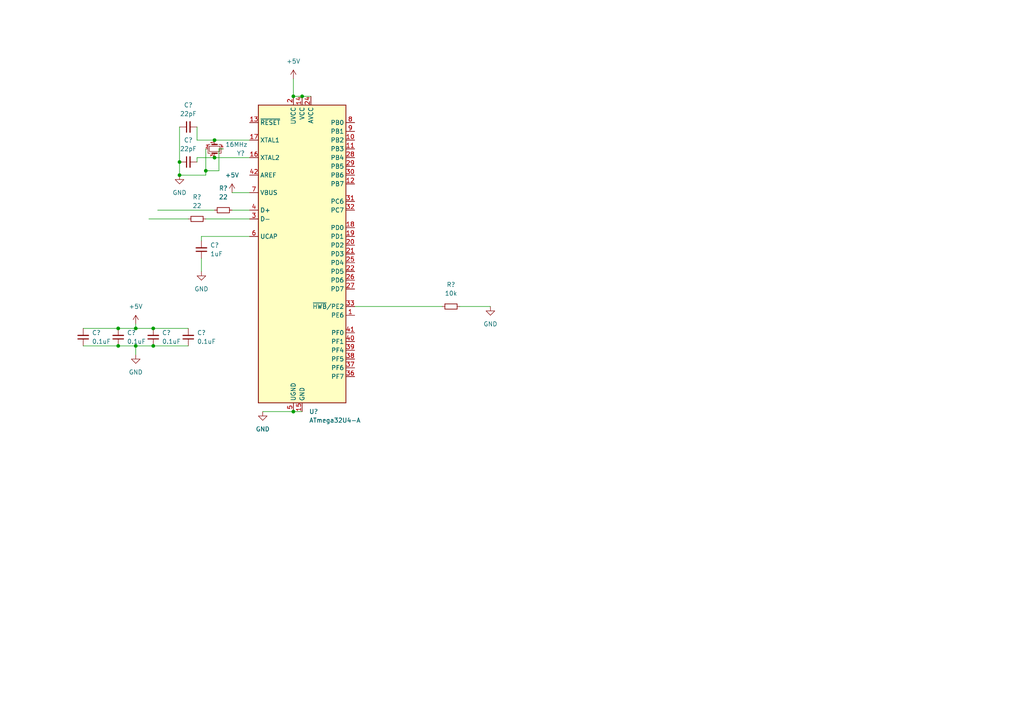
<source format=kicad_sch>
(kicad_sch (version 20211123) (generator eeschema)

  (uuid 587d2ae4-16e9-4772-bb0c-8ddfddf9347a)

  (paper "A4")

  (lib_symbols
    (symbol "Device:C_Small" (pin_numbers hide) (pin_names (offset 0.254) hide) (in_bom yes) (on_board yes)
      (property "Reference" "C" (id 0) (at 0.254 1.778 0)
        (effects (font (size 1.27 1.27)) (justify left))
      )
      (property "Value" "C_Small" (id 1) (at 0.254 -2.032 0)
        (effects (font (size 1.27 1.27)) (justify left))
      )
      (property "Footprint" "" (id 2) (at 0 0 0)
        (effects (font (size 1.27 1.27)) hide)
      )
      (property "Datasheet" "~" (id 3) (at 0 0 0)
        (effects (font (size 1.27 1.27)) hide)
      )
      (property "ki_keywords" "capacitor cap" (id 4) (at 0 0 0)
        (effects (font (size 1.27 1.27)) hide)
      )
      (property "ki_description" "Unpolarized capacitor, small symbol" (id 5) (at 0 0 0)
        (effects (font (size 1.27 1.27)) hide)
      )
      (property "ki_fp_filters" "C_*" (id 6) (at 0 0 0)
        (effects (font (size 1.27 1.27)) hide)
      )
      (symbol "C_Small_0_1"
        (polyline
          (pts
            (xy -1.524 -0.508)
            (xy 1.524 -0.508)
          )
          (stroke (width 0.3302) (type default) (color 0 0 0 0))
          (fill (type none))
        )
        (polyline
          (pts
            (xy -1.524 0.508)
            (xy 1.524 0.508)
          )
          (stroke (width 0.3048) (type default) (color 0 0 0 0))
          (fill (type none))
        )
      )
      (symbol "C_Small_1_1"
        (pin passive line (at 0 2.54 270) (length 2.032)
          (name "~" (effects (font (size 1.27 1.27))))
          (number "1" (effects (font (size 1.27 1.27))))
        )
        (pin passive line (at 0 -2.54 90) (length 2.032)
          (name "~" (effects (font (size 1.27 1.27))))
          (number "2" (effects (font (size 1.27 1.27))))
        )
      )
    )
    (symbol "Device:Crystal_GND24_Small" (pin_names (offset 1.016) hide) (in_bom yes) (on_board yes)
      (property "Reference" "Y" (id 0) (at 1.27 4.445 0)
        (effects (font (size 1.27 1.27)) (justify left))
      )
      (property "Value" "Crystal_GND24_Small" (id 1) (at 1.27 2.54 0)
        (effects (font (size 1.27 1.27)) (justify left))
      )
      (property "Footprint" "" (id 2) (at 0 0 0)
        (effects (font (size 1.27 1.27)) hide)
      )
      (property "Datasheet" "~" (id 3) (at 0 0 0)
        (effects (font (size 1.27 1.27)) hide)
      )
      (property "ki_keywords" "quartz ceramic resonator oscillator" (id 4) (at 0 0 0)
        (effects (font (size 1.27 1.27)) hide)
      )
      (property "ki_description" "Four pin crystal, GND on pins 2 and 4, small symbol" (id 5) (at 0 0 0)
        (effects (font (size 1.27 1.27)) hide)
      )
      (property "ki_fp_filters" "Crystal*" (id 6) (at 0 0 0)
        (effects (font (size 1.27 1.27)) hide)
      )
      (symbol "Crystal_GND24_Small_0_1"
        (rectangle (start -0.762 -1.524) (end 0.762 1.524)
          (stroke (width 0) (type default) (color 0 0 0 0))
          (fill (type none))
        )
        (polyline
          (pts
            (xy -1.27 -0.762)
            (xy -1.27 0.762)
          )
          (stroke (width 0.381) (type default) (color 0 0 0 0))
          (fill (type none))
        )
        (polyline
          (pts
            (xy 1.27 -0.762)
            (xy 1.27 0.762)
          )
          (stroke (width 0.381) (type default) (color 0 0 0 0))
          (fill (type none))
        )
        (polyline
          (pts
            (xy -1.27 -1.27)
            (xy -1.27 -1.905)
            (xy 1.27 -1.905)
            (xy 1.27 -1.27)
          )
          (stroke (width 0) (type default) (color 0 0 0 0))
          (fill (type none))
        )
        (polyline
          (pts
            (xy -1.27 1.27)
            (xy -1.27 1.905)
            (xy 1.27 1.905)
            (xy 1.27 1.27)
          )
          (stroke (width 0) (type default) (color 0 0 0 0))
          (fill (type none))
        )
      )
      (symbol "Crystal_GND24_Small_1_1"
        (pin passive line (at -2.54 0 0) (length 1.27)
          (name "1" (effects (font (size 1.27 1.27))))
          (number "1" (effects (font (size 0.762 0.762))))
        )
        (pin passive line (at 0 -2.54 90) (length 0.635)
          (name "2" (effects (font (size 1.27 1.27))))
          (number "2" (effects (font (size 0.762 0.762))))
        )
        (pin passive line (at 2.54 0 180) (length 1.27)
          (name "3" (effects (font (size 1.27 1.27))))
          (number "3" (effects (font (size 0.762 0.762))))
        )
        (pin passive line (at 0 2.54 270) (length 0.635)
          (name "4" (effects (font (size 1.27 1.27))))
          (number "4" (effects (font (size 0.762 0.762))))
        )
      )
    )
    (symbol "Device:R_Small" (pin_numbers hide) (pin_names (offset 0.254) hide) (in_bom yes) (on_board yes)
      (property "Reference" "R" (id 0) (at 0.762 0.508 0)
        (effects (font (size 1.27 1.27)) (justify left))
      )
      (property "Value" "R_Small" (id 1) (at 0.762 -1.016 0)
        (effects (font (size 1.27 1.27)) (justify left))
      )
      (property "Footprint" "" (id 2) (at 0 0 0)
        (effects (font (size 1.27 1.27)) hide)
      )
      (property "Datasheet" "~" (id 3) (at 0 0 0)
        (effects (font (size 1.27 1.27)) hide)
      )
      (property "ki_keywords" "R resistor" (id 4) (at 0 0 0)
        (effects (font (size 1.27 1.27)) hide)
      )
      (property "ki_description" "Resistor, small symbol" (id 5) (at 0 0 0)
        (effects (font (size 1.27 1.27)) hide)
      )
      (property "ki_fp_filters" "R_*" (id 6) (at 0 0 0)
        (effects (font (size 1.27 1.27)) hide)
      )
      (symbol "R_Small_0_1"
        (rectangle (start -0.762 1.778) (end 0.762 -1.778)
          (stroke (width 0.2032) (type default) (color 0 0 0 0))
          (fill (type none))
        )
      )
      (symbol "R_Small_1_1"
        (pin passive line (at 0 2.54 270) (length 0.762)
          (name "~" (effects (font (size 1.27 1.27))))
          (number "1" (effects (font (size 1.27 1.27))))
        )
        (pin passive line (at 0 -2.54 90) (length 0.762)
          (name "~" (effects (font (size 1.27 1.27))))
          (number "2" (effects (font (size 1.27 1.27))))
        )
      )
    )
    (symbol "MCU_Microchip_ATmega:ATmega32U4-A" (in_bom yes) (on_board yes)
      (property "Reference" "U" (id 0) (at -12.7 44.45 0)
        (effects (font (size 1.27 1.27)) (justify left bottom))
      )
      (property "Value" "ATmega32U4-A" (id 1) (at 2.54 -44.45 0)
        (effects (font (size 1.27 1.27)) (justify left top))
      )
      (property "Footprint" "Package_QFP:TQFP-44_10x10mm_P0.8mm" (id 2) (at 0 0 0)
        (effects (font (size 1.27 1.27) italic) hide)
      )
      (property "Datasheet" "http://ww1.microchip.com/downloads/en/DeviceDoc/Atmel-7766-8-bit-AVR-ATmega16U4-32U4_Datasheet.pdf" (id 3) (at 0 0 0)
        (effects (font (size 1.27 1.27)) hide)
      )
      (property "ki_keywords" "AVR 8bit Microcontroller MegaAVR USB" (id 4) (at 0 0 0)
        (effects (font (size 1.27 1.27)) hide)
      )
      (property "ki_description" "16MHz, 32kB Flash, 2.5kB SRAM, 1kB EEPROM, USB 2.0, TQFP-44" (id 5) (at 0 0 0)
        (effects (font (size 1.27 1.27)) hide)
      )
      (property "ki_fp_filters" "TQFP*10x10mm*P0.8mm*" (id 6) (at 0 0 0)
        (effects (font (size 1.27 1.27)) hide)
      )
      (symbol "ATmega32U4-A_0_1"
        (rectangle (start -12.7 -43.18) (end 12.7 43.18)
          (stroke (width 0.254) (type default) (color 0 0 0 0))
          (fill (type background))
        )
      )
      (symbol "ATmega32U4-A_1_1"
        (pin bidirectional line (at 15.24 -17.78 180) (length 2.54)
          (name "PE6" (effects (font (size 1.27 1.27))))
          (number "1" (effects (font (size 1.27 1.27))))
        )
        (pin bidirectional line (at 15.24 33.02 180) (length 2.54)
          (name "PB2" (effects (font (size 1.27 1.27))))
          (number "10" (effects (font (size 1.27 1.27))))
        )
        (pin bidirectional line (at 15.24 30.48 180) (length 2.54)
          (name "PB3" (effects (font (size 1.27 1.27))))
          (number "11" (effects (font (size 1.27 1.27))))
        )
        (pin bidirectional line (at 15.24 20.32 180) (length 2.54)
          (name "PB7" (effects (font (size 1.27 1.27))))
          (number "12" (effects (font (size 1.27 1.27))))
        )
        (pin input line (at -15.24 38.1 0) (length 2.54)
          (name "~{RESET}" (effects (font (size 1.27 1.27))))
          (number "13" (effects (font (size 1.27 1.27))))
        )
        (pin power_in line (at 0 45.72 270) (length 2.54)
          (name "VCC" (effects (font (size 1.27 1.27))))
          (number "14" (effects (font (size 1.27 1.27))))
        )
        (pin power_in line (at 0 -45.72 90) (length 2.54)
          (name "GND" (effects (font (size 1.27 1.27))))
          (number "15" (effects (font (size 1.27 1.27))))
        )
        (pin output line (at -15.24 27.94 0) (length 2.54)
          (name "XTAL2" (effects (font (size 1.27 1.27))))
          (number "16" (effects (font (size 1.27 1.27))))
        )
        (pin input line (at -15.24 33.02 0) (length 2.54)
          (name "XTAL1" (effects (font (size 1.27 1.27))))
          (number "17" (effects (font (size 1.27 1.27))))
        )
        (pin bidirectional line (at 15.24 7.62 180) (length 2.54)
          (name "PD0" (effects (font (size 1.27 1.27))))
          (number "18" (effects (font (size 1.27 1.27))))
        )
        (pin bidirectional line (at 15.24 5.08 180) (length 2.54)
          (name "PD1" (effects (font (size 1.27 1.27))))
          (number "19" (effects (font (size 1.27 1.27))))
        )
        (pin power_in line (at -2.54 45.72 270) (length 2.54)
          (name "UVCC" (effects (font (size 1.27 1.27))))
          (number "2" (effects (font (size 1.27 1.27))))
        )
        (pin bidirectional line (at 15.24 2.54 180) (length 2.54)
          (name "PD2" (effects (font (size 1.27 1.27))))
          (number "20" (effects (font (size 1.27 1.27))))
        )
        (pin bidirectional line (at 15.24 0 180) (length 2.54)
          (name "PD3" (effects (font (size 1.27 1.27))))
          (number "21" (effects (font (size 1.27 1.27))))
        )
        (pin bidirectional line (at 15.24 -5.08 180) (length 2.54)
          (name "PD5" (effects (font (size 1.27 1.27))))
          (number "22" (effects (font (size 1.27 1.27))))
        )
        (pin passive line (at 0 -45.72 90) (length 2.54) hide
          (name "GND" (effects (font (size 1.27 1.27))))
          (number "23" (effects (font (size 1.27 1.27))))
        )
        (pin power_in line (at 2.54 45.72 270) (length 2.54)
          (name "AVCC" (effects (font (size 1.27 1.27))))
          (number "24" (effects (font (size 1.27 1.27))))
        )
        (pin bidirectional line (at 15.24 -2.54 180) (length 2.54)
          (name "PD4" (effects (font (size 1.27 1.27))))
          (number "25" (effects (font (size 1.27 1.27))))
        )
        (pin bidirectional line (at 15.24 -7.62 180) (length 2.54)
          (name "PD6" (effects (font (size 1.27 1.27))))
          (number "26" (effects (font (size 1.27 1.27))))
        )
        (pin bidirectional line (at 15.24 -10.16 180) (length 2.54)
          (name "PD7" (effects (font (size 1.27 1.27))))
          (number "27" (effects (font (size 1.27 1.27))))
        )
        (pin bidirectional line (at 15.24 27.94 180) (length 2.54)
          (name "PB4" (effects (font (size 1.27 1.27))))
          (number "28" (effects (font (size 1.27 1.27))))
        )
        (pin bidirectional line (at 15.24 25.4 180) (length 2.54)
          (name "PB5" (effects (font (size 1.27 1.27))))
          (number "29" (effects (font (size 1.27 1.27))))
        )
        (pin bidirectional line (at -15.24 10.16 0) (length 2.54)
          (name "D-" (effects (font (size 1.27 1.27))))
          (number "3" (effects (font (size 1.27 1.27))))
        )
        (pin bidirectional line (at 15.24 22.86 180) (length 2.54)
          (name "PB6" (effects (font (size 1.27 1.27))))
          (number "30" (effects (font (size 1.27 1.27))))
        )
        (pin bidirectional line (at 15.24 15.24 180) (length 2.54)
          (name "PC6" (effects (font (size 1.27 1.27))))
          (number "31" (effects (font (size 1.27 1.27))))
        )
        (pin bidirectional line (at 15.24 12.7 180) (length 2.54)
          (name "PC7" (effects (font (size 1.27 1.27))))
          (number "32" (effects (font (size 1.27 1.27))))
        )
        (pin bidirectional line (at 15.24 -15.24 180) (length 2.54)
          (name "~{HWB}/PE2" (effects (font (size 1.27 1.27))))
          (number "33" (effects (font (size 1.27 1.27))))
        )
        (pin passive line (at 0 45.72 270) (length 2.54) hide
          (name "VCC" (effects (font (size 1.27 1.27))))
          (number "34" (effects (font (size 1.27 1.27))))
        )
        (pin passive line (at 0 -45.72 90) (length 2.54) hide
          (name "GND" (effects (font (size 1.27 1.27))))
          (number "35" (effects (font (size 1.27 1.27))))
        )
        (pin bidirectional line (at 15.24 -35.56 180) (length 2.54)
          (name "PF7" (effects (font (size 1.27 1.27))))
          (number "36" (effects (font (size 1.27 1.27))))
        )
        (pin bidirectional line (at 15.24 -33.02 180) (length 2.54)
          (name "PF6" (effects (font (size 1.27 1.27))))
          (number "37" (effects (font (size 1.27 1.27))))
        )
        (pin bidirectional line (at 15.24 -30.48 180) (length 2.54)
          (name "PF5" (effects (font (size 1.27 1.27))))
          (number "38" (effects (font (size 1.27 1.27))))
        )
        (pin bidirectional line (at 15.24 -27.94 180) (length 2.54)
          (name "PF4" (effects (font (size 1.27 1.27))))
          (number "39" (effects (font (size 1.27 1.27))))
        )
        (pin bidirectional line (at -15.24 12.7 0) (length 2.54)
          (name "D+" (effects (font (size 1.27 1.27))))
          (number "4" (effects (font (size 1.27 1.27))))
        )
        (pin bidirectional line (at 15.24 -25.4 180) (length 2.54)
          (name "PF1" (effects (font (size 1.27 1.27))))
          (number "40" (effects (font (size 1.27 1.27))))
        )
        (pin bidirectional line (at 15.24 -22.86 180) (length 2.54)
          (name "PF0" (effects (font (size 1.27 1.27))))
          (number "41" (effects (font (size 1.27 1.27))))
        )
        (pin passive line (at -15.24 22.86 0) (length 2.54)
          (name "AREF" (effects (font (size 1.27 1.27))))
          (number "42" (effects (font (size 1.27 1.27))))
        )
        (pin passive line (at 0 -45.72 90) (length 2.54) hide
          (name "GND" (effects (font (size 1.27 1.27))))
          (number "43" (effects (font (size 1.27 1.27))))
        )
        (pin passive line (at 2.54 45.72 270) (length 2.54) hide
          (name "AVCC" (effects (font (size 1.27 1.27))))
          (number "44" (effects (font (size 1.27 1.27))))
        )
        (pin passive line (at -2.54 -45.72 90) (length 2.54)
          (name "UGND" (effects (font (size 1.27 1.27))))
          (number "5" (effects (font (size 1.27 1.27))))
        )
        (pin passive line (at -15.24 5.08 0) (length 2.54)
          (name "UCAP" (effects (font (size 1.27 1.27))))
          (number "6" (effects (font (size 1.27 1.27))))
        )
        (pin input line (at -15.24 17.78 0) (length 2.54)
          (name "VBUS" (effects (font (size 1.27 1.27))))
          (number "7" (effects (font (size 1.27 1.27))))
        )
        (pin bidirectional line (at 15.24 38.1 180) (length 2.54)
          (name "PB0" (effects (font (size 1.27 1.27))))
          (number "8" (effects (font (size 1.27 1.27))))
        )
        (pin bidirectional line (at 15.24 35.56 180) (length 2.54)
          (name "PB1" (effects (font (size 1.27 1.27))))
          (number "9" (effects (font (size 1.27 1.27))))
        )
      )
    )
    (symbol "power:+5V" (power) (pin_names (offset 0)) (in_bom yes) (on_board yes)
      (property "Reference" "#PWR" (id 0) (at 0 -3.81 0)
        (effects (font (size 1.27 1.27)) hide)
      )
      (property "Value" "+5V" (id 1) (at 0 3.556 0)
        (effects (font (size 1.27 1.27)))
      )
      (property "Footprint" "" (id 2) (at 0 0 0)
        (effects (font (size 1.27 1.27)) hide)
      )
      (property "Datasheet" "" (id 3) (at 0 0 0)
        (effects (font (size 1.27 1.27)) hide)
      )
      (property "ki_keywords" "power-flag" (id 4) (at 0 0 0)
        (effects (font (size 1.27 1.27)) hide)
      )
      (property "ki_description" "Power symbol creates a global label with name \"+5V\"" (id 5) (at 0 0 0)
        (effects (font (size 1.27 1.27)) hide)
      )
      (symbol "+5V_0_1"
        (polyline
          (pts
            (xy -0.762 1.27)
            (xy 0 2.54)
          )
          (stroke (width 0) (type default) (color 0 0 0 0))
          (fill (type none))
        )
        (polyline
          (pts
            (xy 0 0)
            (xy 0 2.54)
          )
          (stroke (width 0) (type default) (color 0 0 0 0))
          (fill (type none))
        )
        (polyline
          (pts
            (xy 0 2.54)
            (xy 0.762 1.27)
          )
          (stroke (width 0) (type default) (color 0 0 0 0))
          (fill (type none))
        )
      )
      (symbol "+5V_1_1"
        (pin power_in line (at 0 0 90) (length 0) hide
          (name "+5V" (effects (font (size 1.27 1.27))))
          (number "1" (effects (font (size 1.27 1.27))))
        )
      )
    )
    (symbol "power:GND" (power) (pin_names (offset 0)) (in_bom yes) (on_board yes)
      (property "Reference" "#PWR" (id 0) (at 0 -6.35 0)
        (effects (font (size 1.27 1.27)) hide)
      )
      (property "Value" "GND" (id 1) (at 0 -3.81 0)
        (effects (font (size 1.27 1.27)))
      )
      (property "Footprint" "" (id 2) (at 0 0 0)
        (effects (font (size 1.27 1.27)) hide)
      )
      (property "Datasheet" "" (id 3) (at 0 0 0)
        (effects (font (size 1.27 1.27)) hide)
      )
      (property "ki_keywords" "power-flag" (id 4) (at 0 0 0)
        (effects (font (size 1.27 1.27)) hide)
      )
      (property "ki_description" "Power symbol creates a global label with name \"GND\" , ground" (id 5) (at 0 0 0)
        (effects (font (size 1.27 1.27)) hide)
      )
      (symbol "GND_0_1"
        (polyline
          (pts
            (xy 0 0)
            (xy 0 -1.27)
            (xy 1.27 -1.27)
            (xy 0 -2.54)
            (xy -1.27 -1.27)
            (xy 0 -1.27)
          )
          (stroke (width 0) (type default) (color 0 0 0 0))
          (fill (type none))
        )
      )
      (symbol "GND_1_1"
        (pin power_in line (at 0 0 270) (length 0) hide
          (name "GND" (effects (font (size 1.27 1.27))))
          (number "1" (effects (font (size 1.27 1.27))))
        )
      )
    )
  )

  (junction (at 85.09 27.94) (diameter 0) (color 0 0 0 0)
    (uuid 318328fd-6da7-47d2-aac8-92d67fe1144d)
  )
  (junction (at 62.23 45.72) (diameter 0) (color 0 0 0 0)
    (uuid 5d902753-f8e7-4875-a8f9-a929e1b5943e)
  )
  (junction (at 39.37 95.25) (diameter 0) (color 0 0 0 0)
    (uuid 74fc6339-4485-4632-bc4a-439f4e7bb6c2)
  )
  (junction (at 34.29 100.33) (diameter 0) (color 0 0 0 0)
    (uuid 7bc344e6-106c-431f-81ee-9fd87d0e51d0)
  )
  (junction (at 85.09 119.38) (diameter 0) (color 0 0 0 0)
    (uuid a6d8dbbb-0934-40b9-9652-be8a3c637ae0)
  )
  (junction (at 59.69 49.53) (diameter 0) (color 0 0 0 0)
    (uuid abf5c0fe-8320-4ab3-a795-37d84d37e80c)
  )
  (junction (at 39.37 100.33) (diameter 0) (color 0 0 0 0)
    (uuid ba92d279-13e1-4ffb-a124-1518afb0015f)
  )
  (junction (at 52.07 50.8) (diameter 0) (color 0 0 0 0)
    (uuid bc5b0674-91fb-474e-b868-ab66a7be6ea5)
  )
  (junction (at 44.45 100.33) (diameter 0) (color 0 0 0 0)
    (uuid d982fd44-0187-4a24-aabe-0030b2d93752)
  )
  (junction (at 34.29 95.25) (diameter 0) (color 0 0 0 0)
    (uuid e95f0034-dc2e-4258-9775-3f0dd44d4546)
  )
  (junction (at 44.45 95.25) (diameter 0) (color 0 0 0 0)
    (uuid f099082a-8a47-439f-b7f3-6f978d73fc25)
  )
  (junction (at 52.07 46.99) (diameter 0) (color 0 0 0 0)
    (uuid f2ab1747-8792-44f0-b974-e9a53972e717)
  )
  (junction (at 62.23 40.64) (diameter 0) (color 0 0 0 0)
    (uuid f7d1e1e0-ffde-4134-8dae-d6b8019953eb)
  )
  (junction (at 87.63 27.94) (diameter 0) (color 0 0 0 0)
    (uuid f9b0ab20-5c03-4d4f-b364-13901528de77)
  )

  (wire (pts (xy 85.09 119.38) (xy 87.63 119.38))
    (stroke (width 0) (type default) (color 0 0 0 0))
    (uuid 0d6c5f23-723f-459a-997e-e825a11a1a42)
  )
  (wire (pts (xy 63.5 43.18) (xy 63.5 49.53))
    (stroke (width 0) (type default) (color 0 0 0 0))
    (uuid 12536709-d65c-4705-a74d-4bf391db0d8d)
  )
  (wire (pts (xy 24.13 95.25) (xy 34.29 95.25))
    (stroke (width 0) (type default) (color 0 0 0 0))
    (uuid 170abb8a-65ae-466c-ac25-7a57261c6e3c)
  )
  (wire (pts (xy 62.23 45.72) (xy 72.39 45.72))
    (stroke (width 0) (type default) (color 0 0 0 0))
    (uuid 1809630d-628c-4eab-bd01-1e9419e8fb9c)
  )
  (wire (pts (xy 58.42 74.93) (xy 58.42 78.74))
    (stroke (width 0) (type default) (color 0 0 0 0))
    (uuid 1fe0fe9f-2454-4305-af4e-e27903b5ca47)
  )
  (wire (pts (xy 52.07 36.83) (xy 52.07 46.99))
    (stroke (width 0) (type default) (color 0 0 0 0))
    (uuid 21361ddf-e4c9-45be-bfda-f30b1c5970f3)
  )
  (wire (pts (xy 34.29 100.33) (xy 39.37 100.33))
    (stroke (width 0) (type default) (color 0 0 0 0))
    (uuid 220d070f-ea05-4246-86ec-221f6fd69a73)
  )
  (wire (pts (xy 57.15 36.83) (xy 57.15 40.64))
    (stroke (width 0) (type default) (color 0 0 0 0))
    (uuid 279751a4-c084-431d-a1b0-8714b6e990b5)
  )
  (wire (pts (xy 58.42 68.58) (xy 58.42 69.85))
    (stroke (width 0) (type default) (color 0 0 0 0))
    (uuid 2e573dc9-5d21-402a-82c2-be81c5e8af31)
  )
  (wire (pts (xy 62.23 40.64) (xy 72.39 40.64))
    (stroke (width 0) (type default) (color 0 0 0 0))
    (uuid 31653432-5672-44e1-a779-6ef8df20d9d8)
  )
  (wire (pts (xy 59.69 50.8) (xy 52.07 50.8))
    (stroke (width 0) (type default) (color 0 0 0 0))
    (uuid 3498caf1-038b-434b-aecf-ecfef4039684)
  )
  (wire (pts (xy 39.37 95.25) (xy 44.45 95.25))
    (stroke (width 0) (type default) (color 0 0 0 0))
    (uuid 38f48baf-1b2f-4043-989e-29d10cec5ad6)
  )
  (wire (pts (xy 72.39 68.58) (xy 58.42 68.58))
    (stroke (width 0) (type default) (color 0 0 0 0))
    (uuid 3e97762e-43aa-462c-aec5-55620406633c)
  )
  (wire (pts (xy 85.09 27.94) (xy 87.63 27.94))
    (stroke (width 0) (type default) (color 0 0 0 0))
    (uuid 45565f34-961e-4c55-9ea9-7231dd83f9b3)
  )
  (wire (pts (xy 85.09 22.86) (xy 85.09 27.94))
    (stroke (width 0) (type default) (color 0 0 0 0))
    (uuid 4c6cadc0-f626-4ff6-8fbb-b55f42593624)
  )
  (wire (pts (xy 52.07 46.99) (xy 52.07 50.8))
    (stroke (width 0) (type default) (color 0 0 0 0))
    (uuid 4d11f85f-f382-4a4e-bfd2-07c328994e08)
  )
  (wire (pts (xy 57.15 45.72) (xy 62.23 45.72))
    (stroke (width 0) (type default) (color 0 0 0 0))
    (uuid 725170d7-f53d-4ca6-9e25-e4e9574ead90)
  )
  (wire (pts (xy 64.77 43.18) (xy 63.5 43.18))
    (stroke (width 0) (type default) (color 0 0 0 0))
    (uuid 75fb61a9-4289-427f-bbfe-3303d0a13110)
  )
  (wire (pts (xy 87.63 27.94) (xy 90.17 27.94))
    (stroke (width 0) (type default) (color 0 0 0 0))
    (uuid 78b8a027-7152-4901-bf66-2d7cdd3cd006)
  )
  (wire (pts (xy 44.45 100.33) (xy 54.61 100.33))
    (stroke (width 0) (type default) (color 0 0 0 0))
    (uuid 8072f1db-720a-41c1-bcf5-b549cacbcdba)
  )
  (wire (pts (xy 24.13 100.33) (xy 34.29 100.33))
    (stroke (width 0) (type default) (color 0 0 0 0))
    (uuid 86aa711b-cdc4-41cb-ba93-4bc35a5bcfbb)
  )
  (wire (pts (xy 63.5 49.53) (xy 59.69 49.53))
    (stroke (width 0) (type default) (color 0 0 0 0))
    (uuid 8b7fdcc7-3a8d-408c-880c-af51b4475ca5)
  )
  (wire (pts (xy 59.69 43.18) (xy 59.69 49.53))
    (stroke (width 0) (type default) (color 0 0 0 0))
    (uuid 94aa4c9c-3eff-4105-963d-954ac1ec6d31)
  )
  (wire (pts (xy 39.37 100.33) (xy 44.45 100.33))
    (stroke (width 0) (type default) (color 0 0 0 0))
    (uuid 97ce623b-09b4-4b36-a1e1-3975424325e9)
  )
  (wire (pts (xy 59.69 63.5) (xy 72.39 63.5))
    (stroke (width 0) (type default) (color 0 0 0 0))
    (uuid a084ea0f-3293-4b63-851a-6cf491107a30)
  )
  (wire (pts (xy 67.31 55.88) (xy 72.39 55.88))
    (stroke (width 0) (type default) (color 0 0 0 0))
    (uuid ab890056-2f06-40fe-8a72-4b1b7b23653b)
  )
  (wire (pts (xy 133.35 88.9) (xy 142.24 88.9))
    (stroke (width 0) (type default) (color 0 0 0 0))
    (uuid b4ca5f76-c6ef-4180-974b-a56ff54d1858)
  )
  (wire (pts (xy 34.29 95.25) (xy 39.37 95.25))
    (stroke (width 0) (type default) (color 0 0 0 0))
    (uuid c0e2adfa-1869-4326-8ee6-333da8c3ea71)
  )
  (wire (pts (xy 59.69 49.53) (xy 59.69 50.8))
    (stroke (width 0) (type default) (color 0 0 0 0))
    (uuid c81d3b03-1c9d-4c6c-9d41-0ccd833319e8)
  )
  (wire (pts (xy 43.18 63.5) (xy 54.61 63.5))
    (stroke (width 0) (type default) (color 0 0 0 0))
    (uuid cca1e5a0-6e5f-4914-9d24-01b451928c06)
  )
  (wire (pts (xy 39.37 93.98) (xy 39.37 95.25))
    (stroke (width 0) (type default) (color 0 0 0 0))
    (uuid dcc06389-8953-47ad-9288-3380f0d543aa)
  )
  (wire (pts (xy 45.72 60.96) (xy 62.23 60.96))
    (stroke (width 0) (type default) (color 0 0 0 0))
    (uuid de621071-6b18-4ca2-b590-c3f8f09fee87)
  )
  (wire (pts (xy 44.45 95.25) (xy 54.61 95.25))
    (stroke (width 0) (type default) (color 0 0 0 0))
    (uuid e8715af8-e646-4f1d-b78f-8c1327739603)
  )
  (wire (pts (xy 57.15 40.64) (xy 62.23 40.64))
    (stroke (width 0) (type default) (color 0 0 0 0))
    (uuid e8e8df50-5eb8-4f14-a3bd-135981f10a34)
  )
  (wire (pts (xy 57.15 46.99) (xy 57.15 45.72))
    (stroke (width 0) (type default) (color 0 0 0 0))
    (uuid edc72b97-4c64-4b08-9734-3021d9cc7285)
  )
  (wire (pts (xy 67.31 60.96) (xy 72.39 60.96))
    (stroke (width 0) (type default) (color 0 0 0 0))
    (uuid eef7e62b-e62a-49bf-9f2f-f58e5707021d)
  )
  (wire (pts (xy 102.87 88.9) (xy 128.27 88.9))
    (stroke (width 0) (type default) (color 0 0 0 0))
    (uuid ef3f569f-dba9-4925-80c7-34b36d6111f9)
  )
  (wire (pts (xy 76.2 119.38) (xy 85.09 119.38))
    (stroke (width 0) (type default) (color 0 0 0 0))
    (uuid f9adfd47-f222-449d-9295-b5e2a6ced113)
  )
  (wire (pts (xy 39.37 100.33) (xy 39.37 102.87))
    (stroke (width 0) (type default) (color 0 0 0 0))
    (uuid fb72358a-3137-4ad5-a109-ca59c09b7337)
  )

  (symbol (lib_id "power:+5V") (at 85.09 22.86 0) (unit 1)
    (in_bom yes) (on_board yes) (fields_autoplaced)
    (uuid 08b6b1b8-53b4-45fa-a6d3-71b3a3600ad0)
    (property "Reference" "#PWR?" (id 0) (at 85.09 26.67 0)
      (effects (font (size 1.27 1.27)) hide)
    )
    (property "Value" "+5V" (id 1) (at 85.09 17.78 0))
    (property "Footprint" "" (id 2) (at 85.09 22.86 0)
      (effects (font (size 1.27 1.27)) hide)
    )
    (property "Datasheet" "" (id 3) (at 85.09 22.86 0)
      (effects (font (size 1.27 1.27)) hide)
    )
    (pin "1" (uuid bf023077-c1c0-4abe-8690-cedddb031f50))
  )

  (symbol (lib_id "power:+5V") (at 39.37 93.98 0) (unit 1)
    (in_bom yes) (on_board yes) (fields_autoplaced)
    (uuid 0dd62f3c-8fbc-411c-9104-7ce1665516cd)
    (property "Reference" "#PWR?" (id 0) (at 39.37 97.79 0)
      (effects (font (size 1.27 1.27)) hide)
    )
    (property "Value" "+5V" (id 1) (at 39.37 88.9 0))
    (property "Footprint" "" (id 2) (at 39.37 93.98 0)
      (effects (font (size 1.27 1.27)) hide)
    )
    (property "Datasheet" "" (id 3) (at 39.37 93.98 0)
      (effects (font (size 1.27 1.27)) hide)
    )
    (pin "1" (uuid c9fa89ea-ede4-42ae-aeb8-b2b34cf3dee5))
  )

  (symbol (lib_id "power:GND") (at 39.37 102.87 0) (unit 1)
    (in_bom yes) (on_board yes) (fields_autoplaced)
    (uuid 20c30ce3-16e9-4ca9-9694-c1cd093dba2b)
    (property "Reference" "#PWR?" (id 0) (at 39.37 109.22 0)
      (effects (font (size 1.27 1.27)) hide)
    )
    (property "Value" "GND" (id 1) (at 39.37 107.95 0))
    (property "Footprint" "" (id 2) (at 39.37 102.87 0)
      (effects (font (size 1.27 1.27)) hide)
    )
    (property "Datasheet" "" (id 3) (at 39.37 102.87 0)
      (effects (font (size 1.27 1.27)) hide)
    )
    (pin "1" (uuid c958c379-37d2-4cc3-825f-36f934853556))
  )

  (symbol (lib_id "Device:C_Small") (at 54.61 97.79 180) (unit 1)
    (in_bom yes) (on_board yes) (fields_autoplaced)
    (uuid 210e289f-96fc-4fc6-b33a-b43e11937399)
    (property "Reference" "C?" (id 0) (at 57.15 96.5135 0)
      (effects (font (size 1.27 1.27)) (justify right))
    )
    (property "Value" "0.1uF" (id 1) (at 57.15 99.0535 0)
      (effects (font (size 1.27 1.27)) (justify right))
    )
    (property "Footprint" "" (id 2) (at 54.61 97.79 0)
      (effects (font (size 1.27 1.27)) hide)
    )
    (property "Datasheet" "~" (id 3) (at 54.61 97.79 0)
      (effects (font (size 1.27 1.27)) hide)
    )
    (pin "1" (uuid f5a90f49-303e-49a8-a856-c9666f350f63))
    (pin "2" (uuid 5e502b38-556f-44fa-b3ab-e264d24d7df8))
  )

  (symbol (lib_id "Device:R_Small") (at 130.81 88.9 90) (unit 1)
    (in_bom yes) (on_board yes) (fields_autoplaced)
    (uuid 3601836b-97d1-47ab-b05a-0aa017d9cca4)
    (property "Reference" "R?" (id 0) (at 130.81 82.55 90))
    (property "Value" "10k" (id 1) (at 130.81 85.09 90))
    (property "Footprint" "" (id 2) (at 130.81 88.9 0)
      (effects (font (size 1.27 1.27)) hide)
    )
    (property "Datasheet" "~" (id 3) (at 130.81 88.9 0)
      (effects (font (size 1.27 1.27)) hide)
    )
    (pin "1" (uuid 93049576-2ef3-48ac-8b58-d9120c98e3cf))
    (pin "2" (uuid fc68f007-0969-49dd-b7b3-efe4b2b7806c))
  )

  (symbol (lib_id "power:+5V") (at 67.31 55.88 0) (unit 1)
    (in_bom yes) (on_board yes) (fields_autoplaced)
    (uuid 581079ff-d62f-4206-bccf-3224c7e644be)
    (property "Reference" "#PWR?" (id 0) (at 67.31 59.69 0)
      (effects (font (size 1.27 1.27)) hide)
    )
    (property "Value" "+5V" (id 1) (at 67.31 50.8 0))
    (property "Footprint" "" (id 2) (at 67.31 55.88 0)
      (effects (font (size 1.27 1.27)) hide)
    )
    (property "Datasheet" "" (id 3) (at 67.31 55.88 0)
      (effects (font (size 1.27 1.27)) hide)
    )
    (pin "1" (uuid d1c90b40-d33d-45bd-b05e-7ce3b0ec7179))
  )

  (symbol (lib_id "Device:R_Small") (at 64.77 60.96 90) (unit 1)
    (in_bom yes) (on_board yes) (fields_autoplaced)
    (uuid 5c3e9851-ce97-4562-af6f-ecbbe7011add)
    (property "Reference" "R?" (id 0) (at 64.77 54.61 90))
    (property "Value" "22" (id 1) (at 64.77 57.15 90))
    (property "Footprint" "" (id 2) (at 64.77 60.96 0)
      (effects (font (size 1.27 1.27)) hide)
    )
    (property "Datasheet" "~" (id 3) (at 64.77 60.96 0)
      (effects (font (size 1.27 1.27)) hide)
    )
    (pin "1" (uuid 25a1428a-4f4d-4cd8-b093-c821ee6932e7))
    (pin "2" (uuid 260eb271-516c-41e7-973e-ad2abcd84e3b))
  )

  (symbol (lib_id "power:GND") (at 142.24 88.9 0) (unit 1)
    (in_bom yes) (on_board yes) (fields_autoplaced)
    (uuid 7dfc377e-c192-4e75-a8d7-869954af6c6a)
    (property "Reference" "#PWR?" (id 0) (at 142.24 95.25 0)
      (effects (font (size 1.27 1.27)) hide)
    )
    (property "Value" "GND" (id 1) (at 142.24 93.98 0))
    (property "Footprint" "" (id 2) (at 142.24 88.9 0)
      (effects (font (size 1.27 1.27)) hide)
    )
    (property "Datasheet" "" (id 3) (at 142.24 88.9 0)
      (effects (font (size 1.27 1.27)) hide)
    )
    (pin "1" (uuid 12e68057-3e3a-4b58-85d4-1768c4ecfae6))
  )

  (symbol (lib_id "Device:C_Small") (at 34.29 97.79 180) (unit 1)
    (in_bom yes) (on_board yes) (fields_autoplaced)
    (uuid 7f4db267-70c3-467d-b32b-db69d65d77d5)
    (property "Reference" "C?" (id 0) (at 36.83 96.5135 0)
      (effects (font (size 1.27 1.27)) (justify right))
    )
    (property "Value" "0.1uF" (id 1) (at 36.83 99.0535 0)
      (effects (font (size 1.27 1.27)) (justify right))
    )
    (property "Footprint" "" (id 2) (at 34.29 97.79 0)
      (effects (font (size 1.27 1.27)) hide)
    )
    (property "Datasheet" "~" (id 3) (at 34.29 97.79 0)
      (effects (font (size 1.27 1.27)) hide)
    )
    (pin "1" (uuid a8bd542a-16bb-4a1f-9841-1019138aac0d))
    (pin "2" (uuid a3e2d4fa-07a8-4f2f-bfe7-7d0e09b70670))
  )

  (symbol (lib_id "power:GND") (at 76.2 119.38 0) (unit 1)
    (in_bom yes) (on_board yes) (fields_autoplaced)
    (uuid 8b772a29-62de-4cd5-b93a-870c058a9fbc)
    (property "Reference" "#PWR?" (id 0) (at 76.2 125.73 0)
      (effects (font (size 1.27 1.27)) hide)
    )
    (property "Value" "GND" (id 1) (at 76.2 124.46 0))
    (property "Footprint" "" (id 2) (at 76.2 119.38 0)
      (effects (font (size 1.27 1.27)) hide)
    )
    (property "Datasheet" "" (id 3) (at 76.2 119.38 0)
      (effects (font (size 1.27 1.27)) hide)
    )
    (pin "1" (uuid 5e7d3ce0-45d2-45ef-893c-6f28c634eb93))
  )

  (symbol (lib_id "Device:C_Small") (at 44.45 97.79 180) (unit 1)
    (in_bom yes) (on_board yes) (fields_autoplaced)
    (uuid a9ea4780-5c0d-48f6-a673-034587be2ad0)
    (property "Reference" "C?" (id 0) (at 46.99 96.5135 0)
      (effects (font (size 1.27 1.27)) (justify right))
    )
    (property "Value" "0.1uF" (id 1) (at 46.99 99.0535 0)
      (effects (font (size 1.27 1.27)) (justify right))
    )
    (property "Footprint" "" (id 2) (at 44.45 97.79 0)
      (effects (font (size 1.27 1.27)) hide)
    )
    (property "Datasheet" "~" (id 3) (at 44.45 97.79 0)
      (effects (font (size 1.27 1.27)) hide)
    )
    (pin "1" (uuid cee619b8-583c-4d2f-9f1b-d5b4a20b371a))
    (pin "2" (uuid 19a04063-6447-4208-b60a-16d386b80bcf))
  )

  (symbol (lib_id "power:GND") (at 52.07 50.8 0) (unit 1)
    (in_bom yes) (on_board yes) (fields_autoplaced)
    (uuid b9bc39c1-7cf0-44d9-8f3c-18115a08d989)
    (property "Reference" "#PWR?" (id 0) (at 52.07 57.15 0)
      (effects (font (size 1.27 1.27)) hide)
    )
    (property "Value" "GND" (id 1) (at 52.07 55.88 0))
    (property "Footprint" "" (id 2) (at 52.07 50.8 0)
      (effects (font (size 1.27 1.27)) hide)
    )
    (property "Datasheet" "" (id 3) (at 52.07 50.8 0)
      (effects (font (size 1.27 1.27)) hide)
    )
    (pin "1" (uuid 89c5fe30-b8d9-485e-a03e-2ddd8a9b5721))
  )

  (symbol (lib_id "Device:C_Small") (at 54.61 36.83 90) (unit 1)
    (in_bom yes) (on_board yes) (fields_autoplaced)
    (uuid bc905042-a3f2-4912-b899-fba9d83903f3)
    (property "Reference" "C?" (id 0) (at 54.6163 30.48 90))
    (property "Value" "22pF" (id 1) (at 54.6163 33.02 90))
    (property "Footprint" "" (id 2) (at 54.61 36.83 0)
      (effects (font (size 1.27 1.27)) hide)
    )
    (property "Datasheet" "~" (id 3) (at 54.61 36.83 0)
      (effects (font (size 1.27 1.27)) hide)
    )
    (pin "1" (uuid 59cd9271-df9b-4d64-b8eb-10631004906a))
    (pin "2" (uuid 5c926163-ce4a-4469-82e4-40c7a7a76c22))
  )

  (symbol (lib_id "Device:Crystal_GND24_Small") (at 62.23 43.18 270) (unit 1)
    (in_bom yes) (on_board yes)
    (uuid c14b9a97-dacb-46d7-97e2-a7882a56dbc0)
    (property "Reference" "Y?" (id 0) (at 69.85 44.45 90))
    (property "Value" "16MHz" (id 1) (at 68.58 41.91 90))
    (property "Footprint" "" (id 2) (at 62.23 43.18 0)
      (effects (font (size 1.27 1.27)) hide)
    )
    (property "Datasheet" "~" (id 3) (at 62.23 43.18 0)
      (effects (font (size 1.27 1.27)) hide)
    )
    (pin "1" (uuid 0b6df9d0-3b26-44ac-9adb-c53e0293bfea))
    (pin "2" (uuid af555097-f71c-4edb-b01e-ff49d93003ec))
    (pin "3" (uuid a48e5ffd-5cad-4ebe-bfb6-2b602b8bde69))
    (pin "4" (uuid b4ddd26e-a29c-4a14-99bd-8359135bf571))
  )

  (symbol (lib_id "Device:C_Small") (at 54.61 46.99 90) (unit 1)
    (in_bom yes) (on_board yes) (fields_autoplaced)
    (uuid c3053b33-4361-4a2a-b28a-5cc79d245090)
    (property "Reference" "C?" (id 0) (at 54.6163 40.64 90))
    (property "Value" "22pF" (id 1) (at 54.6163 43.18 90))
    (property "Footprint" "" (id 2) (at 54.61 46.99 0)
      (effects (font (size 1.27 1.27)) hide)
    )
    (property "Datasheet" "~" (id 3) (at 54.61 46.99 0)
      (effects (font (size 1.27 1.27)) hide)
    )
    (pin "1" (uuid 2e83c2c4-723e-4292-8f03-33591e1c8a60))
    (pin "2" (uuid 3117636e-88dd-44d1-a0cf-c7b1579df28e))
  )

  (symbol (lib_id "Device:C_Small") (at 24.13 97.79 180) (unit 1)
    (in_bom yes) (on_board yes) (fields_autoplaced)
    (uuid c6f1ca9e-adaa-47ec-9047-23bf3f769e5c)
    (property "Reference" "C?" (id 0) (at 26.67 96.5135 0)
      (effects (font (size 1.27 1.27)) (justify right))
    )
    (property "Value" "0.1uF" (id 1) (at 26.67 99.0535 0)
      (effects (font (size 1.27 1.27)) (justify right))
    )
    (property "Footprint" "" (id 2) (at 24.13 97.79 0)
      (effects (font (size 1.27 1.27)) hide)
    )
    (property "Datasheet" "~" (id 3) (at 24.13 97.79 0)
      (effects (font (size 1.27 1.27)) hide)
    )
    (pin "1" (uuid ce60b75f-f72b-44ea-84f6-b6d2e44cb1df))
    (pin "2" (uuid eed8c8ea-c513-469c-8507-d721a20b7ea4))
  )

  (symbol (lib_id "power:GND") (at 58.42 78.74 0) (unit 1)
    (in_bom yes) (on_board yes) (fields_autoplaced)
    (uuid d0960efc-41f7-42f4-bd2c-2684c5c58e00)
    (property "Reference" "#PWR?" (id 0) (at 58.42 85.09 0)
      (effects (font (size 1.27 1.27)) hide)
    )
    (property "Value" "GND" (id 1) (at 58.42 83.82 0))
    (property "Footprint" "" (id 2) (at 58.42 78.74 0)
      (effects (font (size 1.27 1.27)) hide)
    )
    (property "Datasheet" "" (id 3) (at 58.42 78.74 0)
      (effects (font (size 1.27 1.27)) hide)
    )
    (pin "1" (uuid 0067c43f-fc19-4c33-835d-78ef2dcad068))
  )

  (symbol (lib_id "Device:C_Small") (at 58.42 72.39 180) (unit 1)
    (in_bom yes) (on_board yes) (fields_autoplaced)
    (uuid d27a3cc3-9821-4840-9455-a614f00ca9f2)
    (property "Reference" "C?" (id 0) (at 60.96 71.1135 0)
      (effects (font (size 1.27 1.27)) (justify right))
    )
    (property "Value" "1uF" (id 1) (at 60.96 73.6535 0)
      (effects (font (size 1.27 1.27)) (justify right))
    )
    (property "Footprint" "" (id 2) (at 58.42 72.39 0)
      (effects (font (size 1.27 1.27)) hide)
    )
    (property "Datasheet" "~" (id 3) (at 58.42 72.39 0)
      (effects (font (size 1.27 1.27)) hide)
    )
    (pin "1" (uuid 7c40040a-03fa-4936-a998-304bdb9ff3b7))
    (pin "2" (uuid 094461ef-46d6-4f9e-98e4-2b7bd55f46ce))
  )

  (symbol (lib_id "MCU_Microchip_ATmega:ATmega32U4-A") (at 87.63 73.66 0) (unit 1)
    (in_bom yes) (on_board yes) (fields_autoplaced)
    (uuid f53016e0-d912-47b1-8d03-d6850437cb8a)
    (property "Reference" "U?" (id 0) (at 89.6494 119.38 0)
      (effects (font (size 1.27 1.27)) (justify left))
    )
    (property "Value" "ATmega32U4-A" (id 1) (at 89.6494 121.92 0)
      (effects (font (size 1.27 1.27)) (justify left))
    )
    (property "Footprint" "Package_QFP:TQFP-44_10x10mm_P0.8mm" (id 2) (at 87.63 73.66 0)
      (effects (font (size 1.27 1.27) italic) hide)
    )
    (property "Datasheet" "http://ww1.microchip.com/downloads/en/DeviceDoc/Atmel-7766-8-bit-AVR-ATmega16U4-32U4_Datasheet.pdf" (id 3) (at 87.63 73.66 0)
      (effects (font (size 1.27 1.27)) hide)
    )
    (pin "1" (uuid f7ccf0fc-5ef9-4e0f-ba01-d63f2a89e32d))
    (pin "10" (uuid 0d64f96e-de14-4348-b003-9f9717e8782b))
    (pin "11" (uuid 3f18d3f8-e891-4492-94a4-b1551b93c9f9))
    (pin "12" (uuid 01c19c2b-bc99-46a1-8276-59392d7e777d))
    (pin "13" (uuid 5c047c7f-f8bd-4c79-b4f8-b5288b1a78d5))
    (pin "14" (uuid 37dc263a-5d07-49fb-8d1b-a20860a5bc03))
    (pin "15" (uuid 3f84af6e-beb1-41ae-88da-3b343f729c52))
    (pin "16" (uuid e787f98e-4668-43f7-825a-01dbacedb911))
    (pin "17" (uuid 5ffef2b5-a113-440a-9945-1f03f2881520))
    (pin "18" (uuid c64b5bf5-9edf-4e1b-bae9-814c9734280e))
    (pin "19" (uuid 5d58e0fd-1051-4dd4-9d1e-598f411795f2))
    (pin "2" (uuid a0f4e0cc-e7d8-4513-9da0-e66120e9c172))
    (pin "20" (uuid 46bf1b74-bcdf-4efd-98da-13cb80a679b5))
    (pin "21" (uuid 0a91cc30-c2bd-40df-998f-c4a94469eeb1))
    (pin "22" (uuid 6ac03bc3-b04b-4dc3-809e-0ba46e7747fb))
    (pin "23" (uuid 4d5495bd-581a-4602-a092-7e650942a5b9))
    (pin "24" (uuid 6ed5d9e9-8741-4b89-bea1-08ac878317d7))
    (pin "25" (uuid 19a7a87a-8025-4dc6-894c-c41da367d361))
    (pin "26" (uuid d18412eb-cb0d-4094-8cc0-d28b925ff77e))
    (pin "27" (uuid 5526ab1a-c485-4513-b580-9a144ef19646))
    (pin "28" (uuid aacbf1df-a6c3-406f-aba8-a9afbda87c09))
    (pin "29" (uuid b429709e-beac-45e5-8949-cfc389e872f6))
    (pin "3" (uuid 5d23c2bd-e204-465a-9c83-f765ecd5f05f))
    (pin "30" (uuid 581e7ee1-8247-4283-a258-10c8d615e564))
    (pin "31" (uuid 318b75e8-efef-49b7-9a66-8e283b602cb7))
    (pin "32" (uuid ef0b6127-4e71-4d9b-9c41-3515f7cf5250))
    (pin "33" (uuid d218afad-1215-4b8e-91e5-2e71e886cbbf))
    (pin "34" (uuid fab1db21-3029-4852-8de9-77b12dc7a4ed))
    (pin "35" (uuid 6380dddd-a9a2-40c6-b189-7558797c0980))
    (pin "36" (uuid de987fc9-2f60-4147-b7d0-feef62d5a6a2))
    (pin "37" (uuid 765974d7-5752-4c4a-9ab7-58a95ced903b))
    (pin "38" (uuid c782fbec-2af2-4af5-a2db-0e315422ff15))
    (pin "39" (uuid b6142be1-4dee-4e01-a903-c036ac56a71f))
    (pin "4" (uuid dcba4a41-9ae9-4960-8129-f88c91e3148a))
    (pin "40" (uuid 37fac086-6a5b-460b-b199-51e5ac34fe4a))
    (pin "41" (uuid a80f28c7-ba63-4caa-a93e-f5f8d49d1a4f))
    (pin "42" (uuid b20456d2-0762-4d99-a3ce-4d5f4bbd8c2f))
    (pin "43" (uuid 1fe245dc-072d-4e6e-b0d7-a763a396f76d))
    (pin "44" (uuid 0b9446f4-8ace-40fe-b594-870b411b0f6b))
    (pin "5" (uuid ff759c86-b513-47c2-a400-ba7cec74d7bc))
    (pin "6" (uuid 5fa06790-9b9c-42b4-bdee-d914763395e5))
    (pin "7" (uuid 90403bd2-e734-4e54-a875-31d2b7633fd8))
    (pin "8" (uuid c7a7601d-a803-4147-b6c7-36c413a9e202))
    (pin "9" (uuid 59d2897f-83ce-410b-b7e5-c052c3941eb6))
  )

  (symbol (lib_id "Device:R_Small") (at 57.15 63.5 90) (unit 1)
    (in_bom yes) (on_board yes) (fields_autoplaced)
    (uuid fe98f62f-921e-41bf-ac56-5887f37cbeea)
    (property "Reference" "R?" (id 0) (at 57.15 57.15 90))
    (property "Value" "22" (id 1) (at 57.15 59.69 90))
    (property "Footprint" "" (id 2) (at 57.15 63.5 0)
      (effects (font (size 1.27 1.27)) hide)
    )
    (property "Datasheet" "~" (id 3) (at 57.15 63.5 0)
      (effects (font (size 1.27 1.27)) hide)
    )
    (pin "1" (uuid 032ea7dc-287e-4245-b333-d6826476a117))
    (pin "2" (uuid cdf7ba10-e07f-4fed-9234-88dd01d2d386))
  )

  (sheet_instances
    (path "/" (page "1"))
  )

  (symbol_instances
    (path "/08b6b1b8-53b4-45fa-a6d3-71b3a3600ad0"
      (reference "#PWR?") (unit 1) (value "+5V") (footprint "")
    )
    (path "/0dd62f3c-8fbc-411c-9104-7ce1665516cd"
      (reference "#PWR?") (unit 1) (value "+5V") (footprint "")
    )
    (path "/20c30ce3-16e9-4ca9-9694-c1cd093dba2b"
      (reference "#PWR?") (unit 1) (value "GND") (footprint "")
    )
    (path "/581079ff-d62f-4206-bccf-3224c7e644be"
      (reference "#PWR?") (unit 1) (value "+5V") (footprint "")
    )
    (path "/7dfc377e-c192-4e75-a8d7-869954af6c6a"
      (reference "#PWR?") (unit 1) (value "GND") (footprint "")
    )
    (path "/8b772a29-62de-4cd5-b93a-870c058a9fbc"
      (reference "#PWR?") (unit 1) (value "GND") (footprint "")
    )
    (path "/b9bc39c1-7cf0-44d9-8f3c-18115a08d989"
      (reference "#PWR?") (unit 1) (value "GND") (footprint "")
    )
    (path "/d0960efc-41f7-42f4-bd2c-2684c5c58e00"
      (reference "#PWR?") (unit 1) (value "GND") (footprint "")
    )
    (path "/210e289f-96fc-4fc6-b33a-b43e11937399"
      (reference "C?") (unit 1) (value "0.1uF") (footprint "")
    )
    (path "/7f4db267-70c3-467d-b32b-db69d65d77d5"
      (reference "C?") (unit 1) (value "0.1uF") (footprint "")
    )
    (path "/a9ea4780-5c0d-48f6-a673-034587be2ad0"
      (reference "C?") (unit 1) (value "0.1uF") (footprint "")
    )
    (path "/bc905042-a3f2-4912-b899-fba9d83903f3"
      (reference "C?") (unit 1) (value "22pF") (footprint "")
    )
    (path "/c3053b33-4361-4a2a-b28a-5cc79d245090"
      (reference "C?") (unit 1) (value "22pF") (footprint "")
    )
    (path "/c6f1ca9e-adaa-47ec-9047-23bf3f769e5c"
      (reference "C?") (unit 1) (value "0.1uF") (footprint "")
    )
    (path "/d27a3cc3-9821-4840-9455-a614f00ca9f2"
      (reference "C?") (unit 1) (value "1uF") (footprint "")
    )
    (path "/3601836b-97d1-47ab-b05a-0aa017d9cca4"
      (reference "R?") (unit 1) (value "10k") (footprint "")
    )
    (path "/5c3e9851-ce97-4562-af6f-ecbbe7011add"
      (reference "R?") (unit 1) (value "22") (footprint "")
    )
    (path "/fe98f62f-921e-41bf-ac56-5887f37cbeea"
      (reference "R?") (unit 1) (value "22") (footprint "")
    )
    (path "/f53016e0-d912-47b1-8d03-d6850437cb8a"
      (reference "U?") (unit 1) (value "ATmega32U4-A") (footprint "Package_QFP:TQFP-44_10x10mm_P0.8mm")
    )
    (path "/c14b9a97-dacb-46d7-97e2-a7882a56dbc0"
      (reference "Y?") (unit 1) (value "16MHz") (footprint "")
    )
  )
)

</source>
